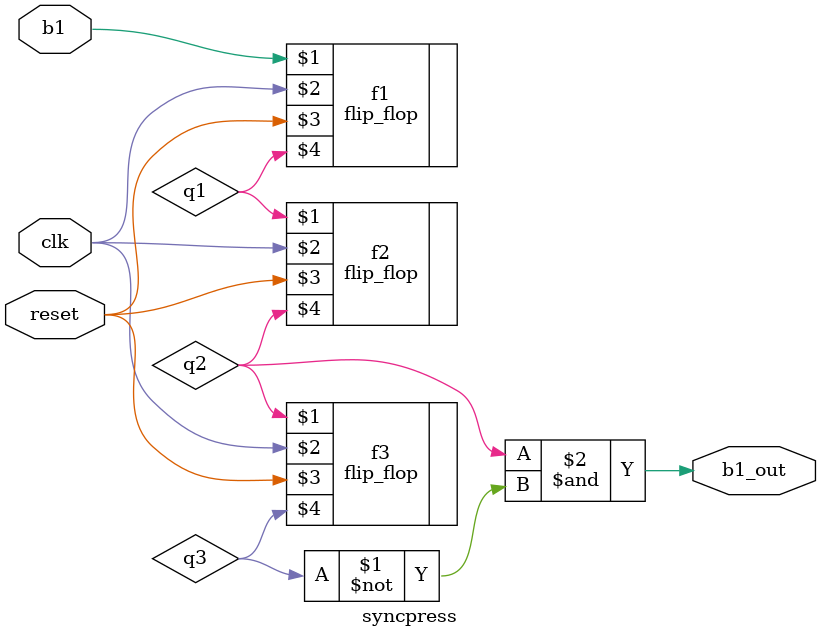
<source format=v>
module syncpress(b1, clk,reset, b1_out);
    input b1, clk, reset;
    output  b1_out;
    wire q1,q2,q3;

    flip_flop f1(b1, clk, reset, q1);
    flip_flop f2(q1, clk, reset, q2);
    flip_flop f3(q2, clk, reset, q3);
    
    assign b1_out = q2 & ~q3;
endmodule
</source>
